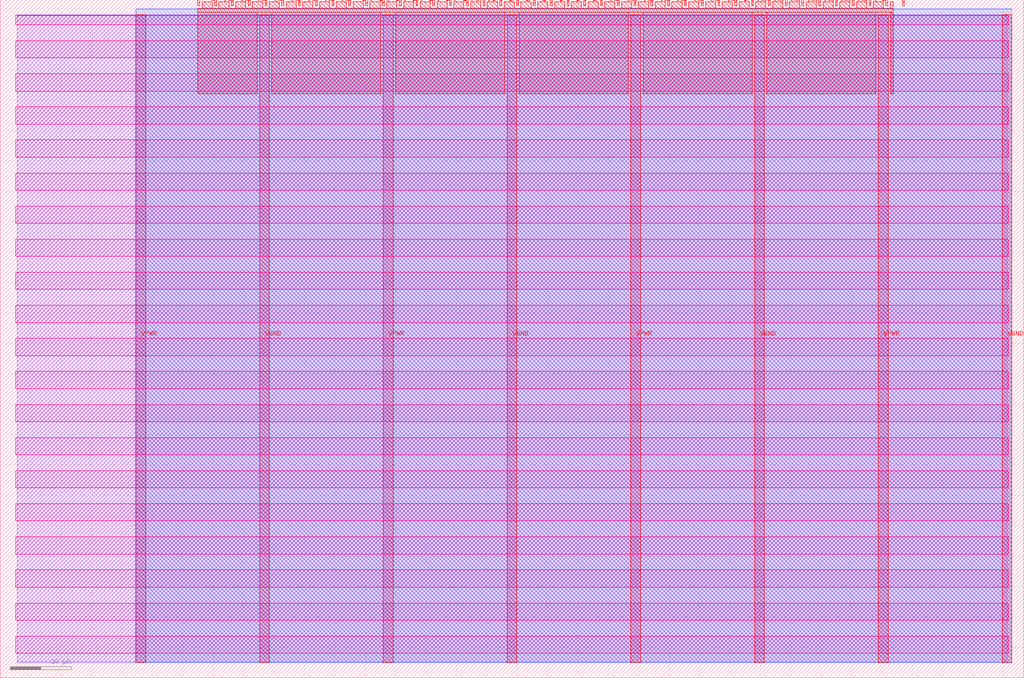
<source format=lef>
VERSION 5.7 ;
  NOWIREEXTENSIONATPIN ON ;
  DIVIDERCHAR "/" ;
  BUSBITCHARS "[]" ;
MACRO tt_um_hls_lfi
  CLASS BLOCK ;
  FOREIGN tt_um_hls_lfi ;
  ORIGIN 0.000 0.000 ;
  SIZE 168.360 BY 111.520 ;
  PIN VGND
    DIRECTION INOUT ;
    USE GROUND ;
    PORT
      LAYER met4 ;
        RECT 42.670 2.480 44.270 109.040 ;
    END
    PORT
      LAYER met4 ;
        RECT 83.380 2.480 84.980 109.040 ;
    END
    PORT
      LAYER met4 ;
        RECT 124.090 2.480 125.690 109.040 ;
    END
    PORT
      LAYER met4 ;
        RECT 164.800 2.480 166.400 109.040 ;
    END
  END VGND
  PIN VPWR
    DIRECTION INOUT ;
    USE POWER ;
    PORT
      LAYER met4 ;
        RECT 22.315 2.480 23.915 109.040 ;
    END
    PORT
      LAYER met4 ;
        RECT 63.025 2.480 64.625 109.040 ;
    END
    PORT
      LAYER met4 ;
        RECT 103.735 2.480 105.335 109.040 ;
    END
    PORT
      LAYER met4 ;
        RECT 144.445 2.480 146.045 109.040 ;
    END
  END VPWR
  PIN clk
    DIRECTION INPUT ;
    USE SIGNAL ;
    ANTENNAGATEAREA 0.852000 ;
    PORT
      LAYER met4 ;
        RECT 145.670 110.520 145.970 111.520 ;
    END
  END clk
  PIN ena
    DIRECTION INPUT ;
    USE SIGNAL ;
    PORT
      LAYER met4 ;
        RECT 148.430 110.520 148.730 111.520 ;
    END
  END ena
  PIN rst_n
    DIRECTION INPUT ;
    USE SIGNAL ;
    ANTENNAGATEAREA 0.213000 ;
    PORT
      LAYER met4 ;
        RECT 142.910 110.520 143.210 111.520 ;
    END
  END rst_n
  PIN ui_in[0]
    DIRECTION INPUT ;
    USE SIGNAL ;
    ANTENNAGATEAREA 0.196500 ;
    PORT
      LAYER met4 ;
        RECT 140.150 110.520 140.450 111.520 ;
    END
  END ui_in[0]
  PIN ui_in[1]
    DIRECTION INPUT ;
    USE SIGNAL ;
    ANTENNAGATEAREA 0.213000 ;
    PORT
      LAYER met4 ;
        RECT 137.390 110.520 137.690 111.520 ;
    END
  END ui_in[1]
  PIN ui_in[2]
    DIRECTION INPUT ;
    USE SIGNAL ;
    ANTENNAGATEAREA 0.196500 ;
    PORT
      LAYER met4 ;
        RECT 134.630 110.520 134.930 111.520 ;
    END
  END ui_in[2]
  PIN ui_in[3]
    DIRECTION INPUT ;
    USE SIGNAL ;
    ANTENNAGATEAREA 0.196500 ;
    PORT
      LAYER met4 ;
        RECT 131.870 110.520 132.170 111.520 ;
    END
  END ui_in[3]
  PIN ui_in[4]
    DIRECTION INPUT ;
    USE SIGNAL ;
    ANTENNAGATEAREA 0.196500 ;
    PORT
      LAYER met4 ;
        RECT 129.110 110.520 129.410 111.520 ;
    END
  END ui_in[4]
  PIN ui_in[5]
    DIRECTION INPUT ;
    USE SIGNAL ;
    ANTENNAGATEAREA 0.196500 ;
    PORT
      LAYER met4 ;
        RECT 126.350 110.520 126.650 111.520 ;
    END
  END ui_in[5]
  PIN ui_in[6]
    DIRECTION INPUT ;
    USE SIGNAL ;
    ANTENNAGATEAREA 0.196500 ;
    PORT
      LAYER met4 ;
        RECT 123.590 110.520 123.890 111.520 ;
    END
  END ui_in[6]
  PIN ui_in[7]
    DIRECTION INPUT ;
    USE SIGNAL ;
    ANTENNAGATEAREA 0.213000 ;
    PORT
      LAYER met4 ;
        RECT 120.830 110.520 121.130 111.520 ;
    END
  END ui_in[7]
  PIN uio_in[0]
    DIRECTION INPUT ;
    USE SIGNAL ;
    PORT
      LAYER met4 ;
        RECT 118.070 110.520 118.370 111.520 ;
    END
  END uio_in[0]
  PIN uio_in[1]
    DIRECTION INPUT ;
    USE SIGNAL ;
    PORT
      LAYER met4 ;
        RECT 115.310 110.520 115.610 111.520 ;
    END
  END uio_in[1]
  PIN uio_in[2]
    DIRECTION INPUT ;
    USE SIGNAL ;
    PORT
      LAYER met4 ;
        RECT 112.550 110.520 112.850 111.520 ;
    END
  END uio_in[2]
  PIN uio_in[3]
    DIRECTION INPUT ;
    USE SIGNAL ;
    PORT
      LAYER met4 ;
        RECT 109.790 110.520 110.090 111.520 ;
    END
  END uio_in[3]
  PIN uio_in[4]
    DIRECTION INPUT ;
    USE SIGNAL ;
    PORT
      LAYER met4 ;
        RECT 107.030 110.520 107.330 111.520 ;
    END
  END uio_in[4]
  PIN uio_in[5]
    DIRECTION INPUT ;
    USE SIGNAL ;
    PORT
      LAYER met4 ;
        RECT 104.270 110.520 104.570 111.520 ;
    END
  END uio_in[5]
  PIN uio_in[6]
    DIRECTION INPUT ;
    USE SIGNAL ;
    PORT
      LAYER met4 ;
        RECT 101.510 110.520 101.810 111.520 ;
    END
  END uio_in[6]
  PIN uio_in[7]
    DIRECTION INPUT ;
    USE SIGNAL ;
    PORT
      LAYER met4 ;
        RECT 98.750 110.520 99.050 111.520 ;
    END
  END uio_in[7]
  PIN uio_oe[0]
    DIRECTION OUTPUT TRISTATE ;
    USE SIGNAL ;
    PORT
      LAYER met4 ;
        RECT 51.830 110.520 52.130 111.520 ;
    END
  END uio_oe[0]
  PIN uio_oe[1]
    DIRECTION OUTPUT TRISTATE ;
    USE SIGNAL ;
    PORT
      LAYER met4 ;
        RECT 49.070 110.520 49.370 111.520 ;
    END
  END uio_oe[1]
  PIN uio_oe[2]
    DIRECTION OUTPUT TRISTATE ;
    USE SIGNAL ;
    PORT
      LAYER met4 ;
        RECT 46.310 110.520 46.610 111.520 ;
    END
  END uio_oe[2]
  PIN uio_oe[3]
    DIRECTION OUTPUT TRISTATE ;
    USE SIGNAL ;
    PORT
      LAYER met4 ;
        RECT 43.550 110.520 43.850 111.520 ;
    END
  END uio_oe[3]
  PIN uio_oe[4]
    DIRECTION OUTPUT TRISTATE ;
    USE SIGNAL ;
    PORT
      LAYER met4 ;
        RECT 40.790 110.520 41.090 111.520 ;
    END
  END uio_oe[4]
  PIN uio_oe[5]
    DIRECTION OUTPUT TRISTATE ;
    USE SIGNAL ;
    PORT
      LAYER met4 ;
        RECT 38.030 110.520 38.330 111.520 ;
    END
  END uio_oe[5]
  PIN uio_oe[6]
    DIRECTION OUTPUT TRISTATE ;
    USE SIGNAL ;
    PORT
      LAYER met4 ;
        RECT 35.270 110.520 35.570 111.520 ;
    END
  END uio_oe[6]
  PIN uio_oe[7]
    DIRECTION OUTPUT TRISTATE ;
    USE SIGNAL ;
    PORT
      LAYER met4 ;
        RECT 32.510 110.520 32.810 111.520 ;
    END
  END uio_oe[7]
  PIN uio_out[0]
    DIRECTION OUTPUT TRISTATE ;
    USE SIGNAL ;
    PORT
      LAYER met4 ;
        RECT 73.910 110.520 74.210 111.520 ;
    END
  END uio_out[0]
  PIN uio_out[1]
    DIRECTION OUTPUT TRISTATE ;
    USE SIGNAL ;
    PORT
      LAYER met4 ;
        RECT 71.150 110.520 71.450 111.520 ;
    END
  END uio_out[1]
  PIN uio_out[2]
    DIRECTION OUTPUT TRISTATE ;
    USE SIGNAL ;
    PORT
      LAYER met4 ;
        RECT 68.390 110.520 68.690 111.520 ;
    END
  END uio_out[2]
  PIN uio_out[3]
    DIRECTION OUTPUT TRISTATE ;
    USE SIGNAL ;
    PORT
      LAYER met4 ;
        RECT 65.630 110.520 65.930 111.520 ;
    END
  END uio_out[3]
  PIN uio_out[4]
    DIRECTION OUTPUT TRISTATE ;
    USE SIGNAL ;
    PORT
      LAYER met4 ;
        RECT 62.870 110.520 63.170 111.520 ;
    END
  END uio_out[4]
  PIN uio_out[5]
    DIRECTION OUTPUT TRISTATE ;
    USE SIGNAL ;
    PORT
      LAYER met4 ;
        RECT 60.110 110.520 60.410 111.520 ;
    END
  END uio_out[5]
  PIN uio_out[6]
    DIRECTION OUTPUT TRISTATE ;
    USE SIGNAL ;
    PORT
      LAYER met4 ;
        RECT 57.350 110.520 57.650 111.520 ;
    END
  END uio_out[6]
  PIN uio_out[7]
    DIRECTION OUTPUT TRISTATE ;
    USE SIGNAL ;
    ANTENNADIFFAREA 0.795200 ;
    PORT
      LAYER met4 ;
        RECT 54.590 110.520 54.890 111.520 ;
    END
  END uio_out[7]
  PIN uo_out[0]
    DIRECTION OUTPUT TRISTATE ;
    USE SIGNAL ;
    ANTENNADIFFAREA 0.795200 ;
    PORT
      LAYER met4 ;
        RECT 95.990 110.520 96.290 111.520 ;
    END
  END uo_out[0]
  PIN uo_out[1]
    DIRECTION OUTPUT TRISTATE ;
    USE SIGNAL ;
    ANTENNAGATEAREA 0.126000 ;
    ANTENNADIFFAREA 1.721000 ;
    PORT
      LAYER met4 ;
        RECT 93.230 110.520 93.530 111.520 ;
    END
  END uo_out[1]
  PIN uo_out[2]
    DIRECTION OUTPUT TRISTATE ;
    USE SIGNAL ;
    ANTENNAGATEAREA 0.126000 ;
    ANTENNADIFFAREA 1.524450 ;
    PORT
      LAYER met4 ;
        RECT 90.470 110.520 90.770 111.520 ;
    END
  END uo_out[2]
  PIN uo_out[3]
    DIRECTION OUTPUT TRISTATE ;
    USE SIGNAL ;
    ANTENNAGATEAREA 0.126000 ;
    ANTENNADIFFAREA 1.524450 ;
    PORT
      LAYER met4 ;
        RECT 87.710 110.520 88.010 111.520 ;
    END
  END uo_out[3]
  PIN uo_out[4]
    DIRECTION OUTPUT TRISTATE ;
    USE SIGNAL ;
    ANTENNAGATEAREA 0.126000 ;
    ANTENNADIFFAREA 1.721000 ;
    PORT
      LAYER met4 ;
        RECT 84.950 110.520 85.250 111.520 ;
    END
  END uo_out[4]
  PIN uo_out[5]
    DIRECTION OUTPUT TRISTATE ;
    USE SIGNAL ;
    ANTENNAGATEAREA 0.126000 ;
    ANTENNADIFFAREA 1.721000 ;
    PORT
      LAYER met4 ;
        RECT 82.190 110.520 82.490 111.520 ;
    END
  END uo_out[5]
  PIN uo_out[6]
    DIRECTION OUTPUT TRISTATE ;
    USE SIGNAL ;
    ANTENNAGATEAREA 0.126000 ;
    ANTENNADIFFAREA 1.721000 ;
    PORT
      LAYER met4 ;
        RECT 79.430 110.520 79.730 111.520 ;
    END
  END uo_out[6]
  PIN uo_out[7]
    DIRECTION OUTPUT TRISTATE ;
    USE SIGNAL ;
    ANTENNAGATEAREA 0.126000 ;
    ANTENNADIFFAREA 1.721000 ;
    PORT
      LAYER met4 ;
        RECT 76.670 110.520 76.970 111.520 ;
    END
  END uo_out[7]
  OBS
      LAYER nwell ;
        RECT 2.570 107.385 165.790 108.990 ;
        RECT 2.570 101.945 165.790 104.775 ;
        RECT 2.570 96.505 165.790 99.335 ;
        RECT 2.570 91.065 165.790 93.895 ;
        RECT 2.570 85.625 165.790 88.455 ;
        RECT 2.570 80.185 165.790 83.015 ;
        RECT 2.570 74.745 165.790 77.575 ;
        RECT 2.570 69.305 165.790 72.135 ;
        RECT 2.570 63.865 165.790 66.695 ;
        RECT 2.570 58.425 165.790 61.255 ;
        RECT 2.570 52.985 165.790 55.815 ;
        RECT 2.570 47.545 165.790 50.375 ;
        RECT 2.570 42.105 165.790 44.935 ;
        RECT 2.570 36.665 165.790 39.495 ;
        RECT 2.570 31.225 165.790 34.055 ;
        RECT 2.570 25.785 165.790 28.615 ;
        RECT 2.570 20.345 165.790 23.175 ;
        RECT 2.570 14.905 165.790 17.735 ;
        RECT 2.570 9.465 165.790 12.295 ;
        RECT 2.570 4.025 165.790 6.855 ;
      LAYER li1 ;
        RECT 2.760 2.635 165.600 108.885 ;
      LAYER met1 ;
        RECT 2.760 2.480 166.400 109.040 ;
      LAYER met2 ;
        RECT 22.345 2.535 166.370 110.005 ;
      LAYER met3 ;
        RECT 22.325 2.555 166.390 109.985 ;
      LAYER met4 ;
        RECT 33.210 110.120 34.870 111.170 ;
        RECT 35.970 110.120 37.630 111.170 ;
        RECT 38.730 110.120 40.390 111.170 ;
        RECT 41.490 110.120 43.150 111.170 ;
        RECT 44.250 110.120 45.910 111.170 ;
        RECT 47.010 110.120 48.670 111.170 ;
        RECT 49.770 110.120 51.430 111.170 ;
        RECT 52.530 110.120 54.190 111.170 ;
        RECT 55.290 110.120 56.950 111.170 ;
        RECT 58.050 110.120 59.710 111.170 ;
        RECT 60.810 110.120 62.470 111.170 ;
        RECT 63.570 110.120 65.230 111.170 ;
        RECT 66.330 110.120 67.990 111.170 ;
        RECT 69.090 110.120 70.750 111.170 ;
        RECT 71.850 110.120 73.510 111.170 ;
        RECT 74.610 110.120 76.270 111.170 ;
        RECT 77.370 110.120 79.030 111.170 ;
        RECT 80.130 110.120 81.790 111.170 ;
        RECT 82.890 110.120 84.550 111.170 ;
        RECT 85.650 110.120 87.310 111.170 ;
        RECT 88.410 110.120 90.070 111.170 ;
        RECT 91.170 110.120 92.830 111.170 ;
        RECT 93.930 110.120 95.590 111.170 ;
        RECT 96.690 110.120 98.350 111.170 ;
        RECT 99.450 110.120 101.110 111.170 ;
        RECT 102.210 110.120 103.870 111.170 ;
        RECT 104.970 110.120 106.630 111.170 ;
        RECT 107.730 110.120 109.390 111.170 ;
        RECT 110.490 110.120 112.150 111.170 ;
        RECT 113.250 110.120 114.910 111.170 ;
        RECT 116.010 110.120 117.670 111.170 ;
        RECT 118.770 110.120 120.430 111.170 ;
        RECT 121.530 110.120 123.190 111.170 ;
        RECT 124.290 110.120 125.950 111.170 ;
        RECT 127.050 110.120 128.710 111.170 ;
        RECT 129.810 110.120 131.470 111.170 ;
        RECT 132.570 110.120 134.230 111.170 ;
        RECT 135.330 110.120 136.990 111.170 ;
        RECT 138.090 110.120 139.750 111.170 ;
        RECT 140.850 110.120 142.510 111.170 ;
        RECT 143.610 110.120 145.270 111.170 ;
        RECT 146.370 110.120 146.905 111.170 ;
        RECT 32.495 109.440 146.905 110.120 ;
        RECT 32.495 96.055 42.270 109.440 ;
        RECT 44.670 96.055 62.625 109.440 ;
        RECT 65.025 96.055 82.980 109.440 ;
        RECT 85.380 96.055 103.335 109.440 ;
        RECT 105.735 96.055 123.690 109.440 ;
        RECT 126.090 96.055 144.045 109.440 ;
        RECT 146.445 96.055 146.905 109.440 ;
  END
END tt_um_hls_lfi
END LIBRARY


</source>
